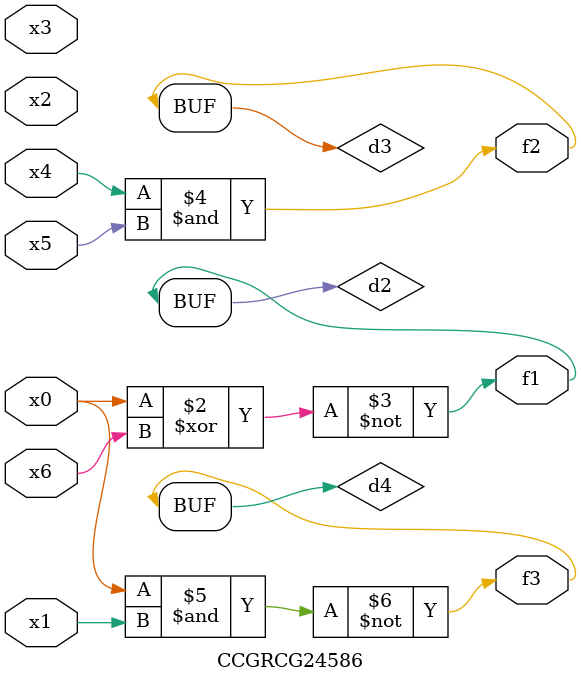
<source format=v>
module CCGRCG24586(
	input x0, x1, x2, x3, x4, x5, x6,
	output f1, f2, f3
);

	wire d1, d2, d3, d4;

	nor (d1, x0);
	xnor (d2, x0, x6);
	and (d3, x4, x5);
	nand (d4, x0, x1);
	assign f1 = d2;
	assign f2 = d3;
	assign f3 = d4;
endmodule

</source>
